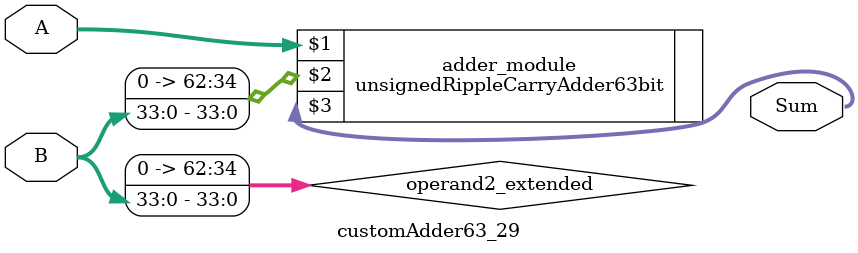
<source format=v>
module customAdder63_29(
                        input [62 : 0] A,
                        input [33 : 0] B,
                        
                        output [63 : 0] Sum
                );

        wire [62 : 0] operand2_extended;
        
        assign operand2_extended =  {29'b0, B};
        
        unsignedRippleCarryAdder63bit adder_module(
            A,
            operand2_extended,
            Sum
        );
        
        endmodule
        
</source>
